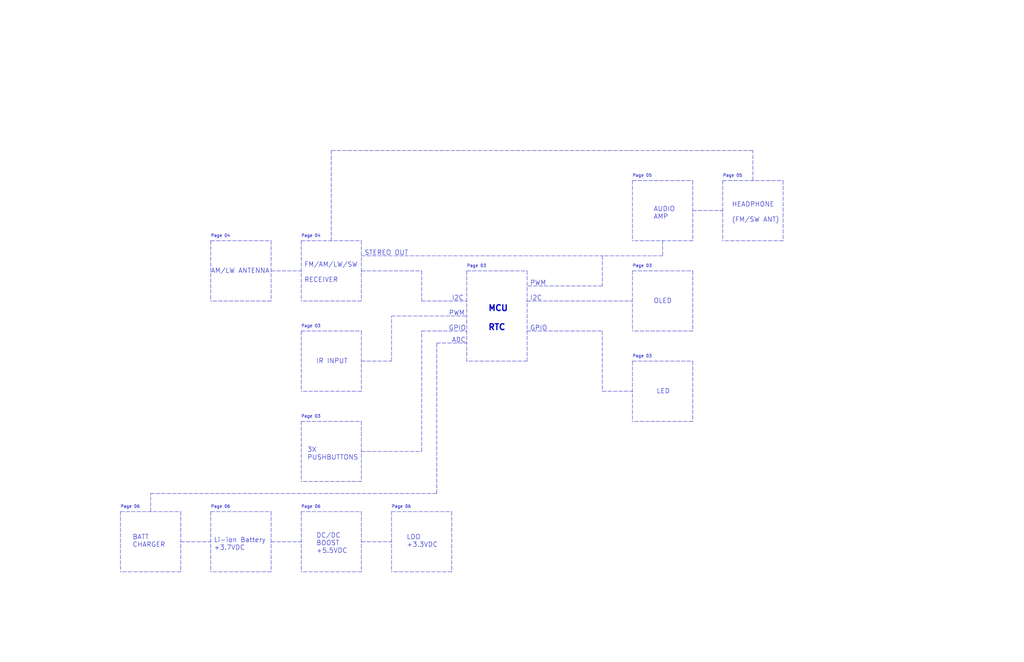
<source format=kicad_sch>
(kicad_sch (version 20211123) (generator eeschema)
  (paper "B")
  (title_block (title "Handy Radio") (rev "01") (company "Siavash Taher Parvar") (comment 1 "Siavash Taher Parvar") (comment 2 "Siavash Taher Parvar") (comment 3 "Siavash Taher Parvar") (comment 4 "N/A") (comment 5 "N/A") (comment 6 "N/A") (comment 8 "NO VARIANT") (comment 9 "N/A"))
  (lib_symbols)
  (polyline (pts (xy 190.5 241.3) (xy 165.1 241.3)))
  (polyline (pts (xy 63.5 215.9) (xy 63.5 208.28)))
  (polyline (pts (xy 184.15 208.28) (xy 184.15 144.78)))
  (polyline (pts (xy 114.3 101.6) (xy 114.3 127)))
  (polyline (pts (xy 292.1 139.7) (xy 266.7 139.7)))
  (polyline (pts (xy 88.9 101.6) (xy 114.3 101.6)))
  (polyline (pts (xy 177.8 127) (xy 196.85 127)))
  (polyline (pts (xy 330.2 76.2) (xy 330.2 101.6)))
  (polyline (pts (xy 222.25 114.3) (xy 222.25 152.4)))
  (polyline (pts (xy 76.2 215.9) (xy 76.2 241.3)))
  (polyline (pts (xy 114.3 228.6) (xy 127 228.6)))
  (polyline (pts (xy 292.1 177.8) (xy 266.7 177.8)))
  (polyline (pts (xy 114.3 114.3) (xy 127 114.3)))
  (polyline (pts (xy 139.7 63.5) (xy 139.7 101.6)))
  (polyline (pts (xy 152.4 114.3) (xy 177.8 114.3)))
  (polyline (pts (xy 127 215.9) (xy 152.4 215.9)))
  (polyline (pts (xy 152.4 190.5) (xy 177.8 190.5)))
  (polyline (pts (xy 152.4 177.8) (xy 152.4 203.2)))
  (polyline (pts (xy 50.8 215.9) (xy 50.8 241.3)))
  (polyline (pts (xy 165.1 152.4) (xy 165.1 133.35)))
  (polyline (pts (xy 292.1 88.9) (xy 304.8 88.9)))
  (polyline (pts (xy 222.25 152.4) (xy 196.85 152.4)))
  (polyline (pts (xy 292.1 101.6) (xy 266.7 101.6)))
  (polyline (pts (xy 88.9 215.9) (xy 114.3 215.9)))
  (polyline (pts (xy 127 101.6) (xy 127 127)))
  (polyline (pts (xy 88.9 215.9) (xy 88.9 241.3)))
  (polyline (pts (xy 152.4 228.6) (xy 165.1 228.6)))
  (polyline (pts (xy 196.85 114.3) (xy 222.25 114.3)))
  (polyline (pts (xy 317.5 63.5) (xy 139.7 63.5)))
  (polyline (pts (xy 127 177.8) (xy 152.4 177.8)))
  (polyline (pts (xy 127 215.9) (xy 127 241.3)))
  (polyline (pts (xy 266.7 152.4) (xy 266.7 177.8)))
  (polyline (pts (xy 152.4 152.4) (xy 165.1 152.4)))
  (polyline (pts (xy 317.5 76.2) (xy 317.5 63.5)))
  (polyline (pts (xy 165.1 215.9) (xy 165.1 241.3)))
  (polyline (pts (xy 152.4 215.9) (xy 152.4 241.3)))
  (polyline (pts (xy 222.25 139.7) (xy 254 139.7)))
  (polyline (pts (xy 114.3 215.9) (xy 114.3 241.3)))
  (polyline (pts (xy 165.1 133.35) (xy 196.85 133.35)))
  (polyline (pts (xy 254 107.95) (xy 254 120.65)))
  (polyline (pts (xy 292.1 76.2) (xy 292.1 101.6)))
  (polyline (pts (xy 184.15 144.78) (xy 196.85 144.78)))
  (polyline (pts (xy 292.1 114.3) (xy 292.1 139.7)))
  (polyline (pts (xy 304.8 76.2) (xy 304.8 101.6)))
  (polyline (pts (xy 196.85 114.3) (xy 196.85 152.4)))
  (polyline (pts (xy 152.4 203.2) (xy 127 203.2)))
  (polyline (pts (xy 266.7 76.2) (xy 292.1 76.2)))
  (polyline (pts (xy 266.7 152.4) (xy 292.1 152.4)))
  (polyline (pts (xy 76.2 228.6) (xy 88.9 228.6)))
  (polyline (pts (xy 88.9 101.6) (xy 88.9 127)))
  (polyline (pts (xy 266.7 114.3) (xy 266.7 139.7)))
  (polyline (pts (xy 190.5 215.9) (xy 190.5 241.3)))
  (polyline (pts (xy 254 120.65) (xy 222.25 120.65)))
  (polyline (pts (xy 127 139.7) (xy 127 165.1)))
  (polyline (pts (xy 152.4 101.6) (xy 152.4 127)))
  (polyline (pts (xy 127 139.7) (xy 152.4 139.7)))
  (polyline (pts (xy 50.8 215.9) (xy 76.2 215.9)))
  (polyline (pts (xy 254 165.1) (xy 266.7 165.1)))
  (polyline (pts (xy 63.5 208.28) (xy 184.15 208.28)))
  (polyline (pts (xy 279.4 107.95) (xy 254 107.95)))
  (polyline (pts (xy 330.2 101.6) (xy 304.8 101.6)))
  (polyline (pts (xy 177.8 190.5) (xy 177.8 139.7)))
  (polyline (pts (xy 114.3 241.3) (xy 88.9 241.3)))
  (polyline (pts (xy 127 101.6) (xy 152.4 101.6)))
  (polyline (pts (xy 177.8 139.7) (xy 196.85 139.7)))
  (polyline (pts (xy 292.1 152.4) (xy 292.1 177.8)))
  (polyline (pts (xy 152.4 127) (xy 127 127)))
  (polyline (pts (xy 266.7 114.3) (xy 292.1 114.3)))
  (polyline (pts (xy 152.4 139.7) (xy 152.4 165.1)))
  (polyline (pts (xy 222.25 127) (xy 266.7 127)))
  (polyline (pts (xy 177.8 114.3) (xy 177.8 127)))
  (polyline (pts (xy 266.7 76.2) (xy 266.7 101.6)))
  (polyline (pts (xy 127 177.8) (xy 127 203.2)))
  (polyline (pts (xy 279.4 101.6) (xy 279.4 107.95)))
  (polyline (pts (xy 114.3 127) (xy 88.9 127)))
  (polyline (pts (xy 152.4 107.95) (xy 254 107.95)))
  (polyline (pts (xy 76.2 241.3) (xy 50.8 241.3)))
  (polyline (pts (xy 152.4 241.3) (xy 127 241.3)))
  (polyline (pts (xy 152.4 165.1) (xy 127 165.1)))
  (polyline (pts (xy 304.8 76.2) (xy 330.2 76.2)))
  (polyline (pts (xy 165.1 215.9) (xy 190.5 215.9)))
  (polyline (pts (xy 254 139.7) (xy 254 165.1)))
  (text "IR INPUT" (at 133.35 153.67 0) (effects (font (size 2 2)) (justify left bottom)))
  (text "PWM" (at 223.52 120.65 0) (effects (font (size 2 2)) (justify left bottom)))
  (text "3X\nPUSHBUTTONS\n" (at 129.54 194.31 0) (effects (font (size 2 2)) (justify left bottom)))
  (text "Page 04" (at 127 100.33 0) (effects (font (size 1.27 1.27)) (justify left bottom)))
  (text "Page 03" (at 196.85 113.03 0) (effects (font (size 1.27 1.27)) (justify left bottom)))
  (text "Page 03" (at 266.7 151.13 0) (effects (font (size 1.27 1.27)) (justify left bottom)))
  (text "DC/DC\nBOOST\n+5.5VDC" (at 133.35 233.68 0) (effects (font (size 2 2)) (justify left bottom)))
  (text "Page 06" (at 88.9 214.63 0) (effects (font (size 1.27 1.27)) (justify left bottom)))
  (text "I2C" (at 223.52 127 0) (effects (font (size 2 2)) (justify left bottom)))
  (text "Page 06" (at 165.1 214.63 0) (effects (font (size 1.27 1.27)) (justify left bottom)))
  (text "GPIO" (at 189.23 139.7 0) (effects (font (size 2 2)) (justify left bottom)))
  (text "AM/LW ANTENNA" (at 88.9 115.57 0) (effects (font (size 2 2)) (justify left bottom)))
  (text "ADC" (at 190.5 144.78 0) (effects (font (size 2 2)) (justify left bottom)))
  (text "Page 05" (at 304.8 74.93 0) (effects (font (size 1.27 1.27)) (justify left bottom)))
  (text "Page 03" (at 127 176.53 0) (effects (font (size 1.27 1.27)) (justify left bottom)))
  (text "Page 06" (at 50.8 214.63 0) (effects (font (size 1.27 1.27)) (justify left bottom)))
  (text "GPIO" (at 223.52 139.7 0) (effects (font (size 2 2)) (justify left bottom)))
  (text "PWM" (at 189.23 133.35 0) (effects (font (size 2 2)) (justify left bottom)))
  (text "OLED" (at 275.59 128.27 0) (effects (font (size 2 2)) (justify left bottom)))
  (text "LDO\n+3.3VDC" (at 171.45 231.14 0) (effects (font (size 2 2)) (justify left bottom)))
  (text "AUDIO\nAMP" (at 275.59 92.71 0) (effects (font (size 2 2)) (justify left bottom)))
  (text "MCU\n\nRTC" (at 205.74 139.7 0) (effects (font (size 2.5 2.5) (thickness 0.5) bold) (justify left bottom)))
  (text "STEREO OUT" (at 153.67 107.95 0) (effects (font (size 2 2)) (justify left bottom)))
  (text "Li-ion Battery\n+3.7VDC" (at 90.17 232.41 0) (effects (font (size 2 2)) (justify left bottom)))
  (text "Page 04" (at 88.9 100.33 0) (effects (font (size 1.27 1.27)) (justify left bottom)))
  (text "BATT\nCHARGER" (at 55.88 231.14 0) (effects (font (size 2 2)) (justify left bottom)))
  (text "Page 06" (at 127 214.63 0) (effects (font (size 1.27 1.27)) (justify left bottom)))
  (text "Page 03" (at 127 138.43 0) (effects (font (size 1.27 1.27)) (justify left bottom)))
  (text "HEADPHONE\n\n(FM/SW ANT)" (at 308.61 93.98 0) (effects (font (size 2 2)) (justify left bottom)))
  (text "Page 03" (at 266.7 113.03 0) (effects (font (size 1.27 1.27)) (justify left bottom)))
  (text "Page 05" (at 266.7 74.93 0) (effects (font (size 1.27 1.27)) (justify left bottom)))
  (text "LED" (at 276.86 166.37 0) (effects (font (size 2 2)) (justify left bottom)))
  (text "I2C" (at 190.5 127 0) (effects (font (size 2 2)) (justify left bottom)))
  (text "FM/AM/LW/SW\n\nRECEIVER" (at 128.27 119.38 0) (effects (font (size 2 2)) (justify left bottom)))
)
</source>
